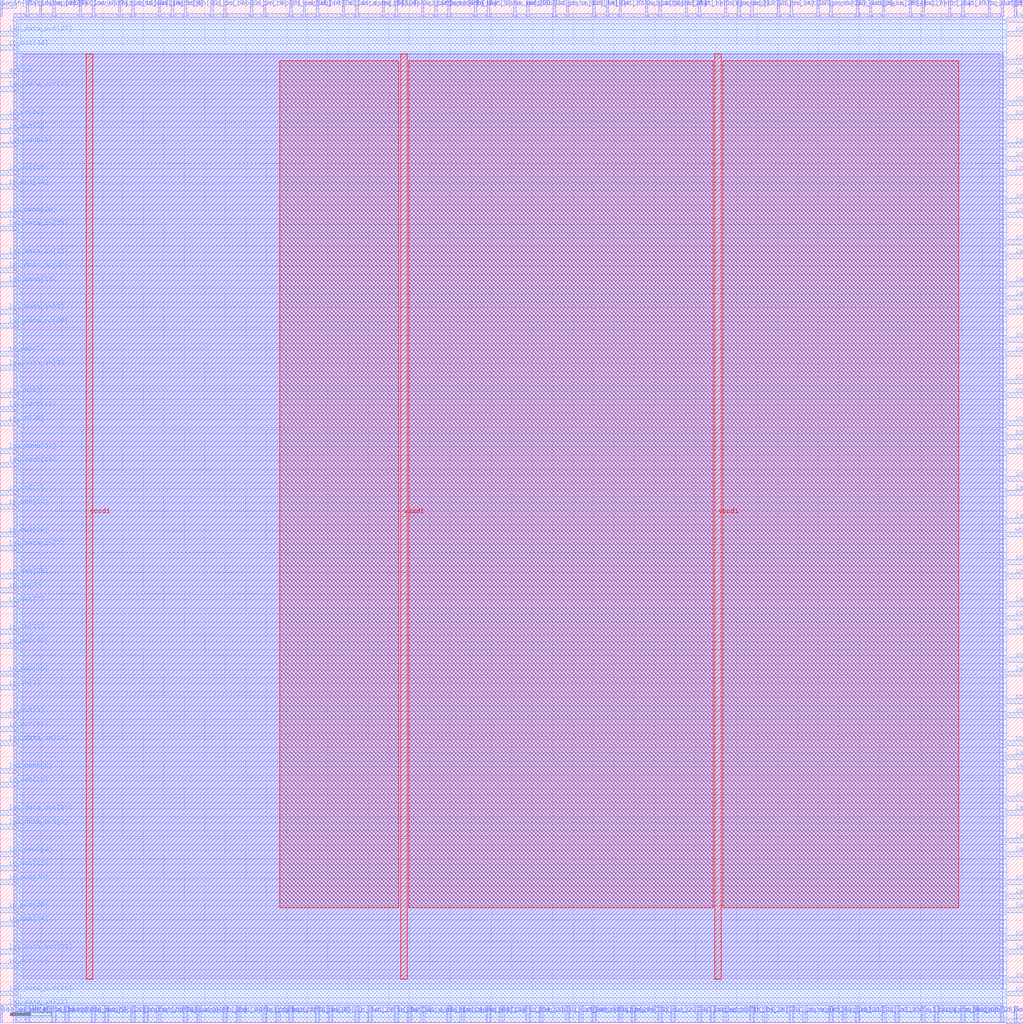
<source format=lef>
VERSION 5.7 ;
  NOWIREEXTENSIONATPIN ON ;
  DIVIDERCHAR "/" ;
  BUSBITCHARS "[]" ;
MACRO wrapped_mbsFSK
  CLASS BLOCK ;
  FOREIGN wrapped_mbsFSK ;
  ORIGIN 0.000 0.000 ;
  SIZE 250.000 BY 250.000 ;
  PIN active
    DIRECTION INPUT ;
    USE SIGNAL ;
    PORT
      LAYER met3 ;
        RECT 0.000 230.940 4.000 232.140 ;
    END
  END active
  PIN io_in[0]
    DIRECTION INPUT ;
    USE SIGNAL ;
    PORT
      LAYER met2 ;
        RECT 77.230 0.000 77.790 4.000 ;
    END
  END io_in[0]
  PIN io_in[10]
    DIRECTION INPUT ;
    USE SIGNAL ;
    PORT
      LAYER met2 ;
        RECT 138.410 246.000 138.970 250.000 ;
    END
  END io_in[10]
  PIN io_in[11]
    DIRECTION INPUT ;
    USE SIGNAL ;
    PORT
      LAYER met2 ;
        RECT -0.050 246.000 0.510 250.000 ;
    END
  END io_in[11]
  PIN io_in[12]
    DIRECTION INPUT ;
    USE SIGNAL ;
    PORT
      LAYER met3 ;
        RECT 246.000 210.540 250.000 211.740 ;
    END
  END io_in[12]
  PIN io_in[13]
    DIRECTION INPUT ;
    USE SIGNAL ;
    PORT
      LAYER met2 ;
        RECT 119.090 0.000 119.650 4.000 ;
    END
  END io_in[13]
  PIN io_in[14]
    DIRECTION INPUT ;
    USE SIGNAL ;
    PORT
      LAYER met2 ;
        RECT 93.330 246.000 93.890 250.000 ;
    END
  END io_in[14]
  PIN io_in[15]
    DIRECTION INPUT ;
    USE SIGNAL ;
    PORT
      LAYER met3 ;
        RECT 246.000 220.740 250.000 221.940 ;
    END
  END io_in[15]
  PIN io_in[16]
    DIRECTION INPUT ;
    USE SIGNAL ;
    PORT
      LAYER met3 ;
        RECT 246.000 20.140 250.000 21.340 ;
    END
  END io_in[16]
  PIN io_in[17]
    DIRECTION INPUT ;
    USE SIGNAL ;
    PORT
      LAYER met2 ;
        RECT 51.470 246.000 52.030 250.000 ;
    END
  END io_in[17]
  PIN io_in[18]
    DIRECTION INPUT ;
    USE SIGNAL ;
    PORT
      LAYER met2 ;
        RECT 61.130 246.000 61.690 250.000 ;
    END
  END io_in[18]
  PIN io_in[19]
    DIRECTION INPUT ;
    USE SIGNAL ;
    PORT
      LAYER met2 ;
        RECT 215.690 0.000 216.250 4.000 ;
    END
  END io_in[19]
  PIN io_in[1]
    DIRECTION INPUT ;
    USE SIGNAL ;
    PORT
      LAYER met3 ;
        RECT 0.000 81.340 4.000 82.540 ;
    END
  END io_in[1]
  PIN io_in[20]
    DIRECTION INPUT ;
    USE SIGNAL ;
    PORT
      LAYER met3 ;
        RECT 0.000 145.940 4.000 147.140 ;
    END
  END io_in[20]
  PIN io_in[21]
    DIRECTION INPUT ;
    USE SIGNAL ;
    PORT
      LAYER met3 ;
        RECT 0.000 94.940 4.000 96.140 ;
    END
  END io_in[21]
  PIN io_in[22]
    DIRECTION INPUT ;
    USE SIGNAL ;
    PORT
      LAYER met3 ;
        RECT 246.000 77.940 250.000 79.140 ;
    END
  END io_in[22]
  PIN io_in[23]
    DIRECTION INPUT ;
    USE SIGNAL ;
    PORT
      LAYER met2 ;
        RECT 45.030 246.000 45.590 250.000 ;
    END
  END io_in[23]
  PIN io_in[24]
    DIRECTION INPUT ;
    USE SIGNAL ;
    PORT
      LAYER met2 ;
        RECT 32.150 246.000 32.710 250.000 ;
    END
  END io_in[24]
  PIN io_in[25]
    DIRECTION INPUT ;
    USE SIGNAL ;
    PORT
      LAYER met2 ;
        RECT 186.710 0.000 187.270 4.000 ;
    END
  END io_in[25]
  PIN io_in[26]
    DIRECTION INPUT ;
    USE SIGNAL ;
    PORT
      LAYER met2 ;
        RECT 183.490 0.000 184.050 4.000 ;
    END
  END io_in[26]
  PIN io_in[27]
    DIRECTION INPUT ;
    USE SIGNAL ;
    PORT
      LAYER met3 ;
        RECT 246.000 54.140 250.000 55.340 ;
    END
  END io_in[27]
  PIN io_in[28]
    DIRECTION INPUT ;
    USE SIGNAL ;
    PORT
      LAYER met2 ;
        RECT 164.170 0.000 164.730 4.000 ;
    END
  END io_in[28]
  PIN io_in[29]
    DIRECTION INPUT ;
    USE SIGNAL ;
    PORT
      LAYER met2 ;
        RECT 247.890 246.000 248.450 250.000 ;
    END
  END io_in[29]
  PIN io_in[2]
    DIRECTION INPUT ;
    USE SIGNAL ;
    PORT
      LAYER met2 ;
        RECT 80.450 0.000 81.010 4.000 ;
    END
  END io_in[2]
  PIN io_in[30]
    DIRECTION INPUT ;
    USE SIGNAL ;
    PORT
      LAYER met3 ;
        RECT 246.000 98.340 250.000 99.540 ;
    END
  END io_in[30]
  PIN io_in[31]
    DIRECTION INPUT ;
    USE SIGNAL ;
    PORT
      LAYER met3 ;
        RECT 0.000 220.740 4.000 221.940 ;
    END
  END io_in[31]
  PIN io_in[32]
    DIRECTION INPUT ;
    USE SIGNAL ;
    PORT
      LAYER met2 ;
        RECT 154.510 0.000 155.070 4.000 ;
    END
  END io_in[32]
  PIN io_in[33]
    DIRECTION INPUT ;
    USE SIGNAL ;
    PORT
      LAYER met3 ;
        RECT 0.000 128.940 4.000 130.140 ;
    END
  END io_in[33]
  PIN io_in[34]
    DIRECTION INPUT ;
    USE SIGNAL ;
    PORT
      LAYER met2 ;
        RECT 189.930 246.000 190.490 250.000 ;
    END
  END io_in[34]
  PIN io_in[35]
    DIRECTION INPUT ;
    USE SIGNAL ;
    PORT
      LAYER met2 ;
        RECT 215.690 246.000 216.250 250.000 ;
    END
  END io_in[35]
  PIN io_in[36]
    DIRECTION INPUT ;
    USE SIGNAL ;
    PORT
      LAYER met3 ;
        RECT 246.000 156.140 250.000 157.340 ;
    END
  END io_in[36]
  PIN io_in[37]
    DIRECTION INPUT ;
    USE SIGNAL ;
    PORT
      LAYER met2 ;
        RECT 222.130 246.000 222.690 250.000 ;
    END
  END io_in[37]
  PIN io_in[3]
    DIRECTION INPUT ;
    USE SIGNAL ;
    PORT
      LAYER met2 ;
        RECT 144.850 246.000 145.410 250.000 ;
    END
  END io_in[3]
  PIN io_in[4]
    DIRECTION INPUT ;
    USE SIGNAL ;
    PORT
      LAYER met3 ;
        RECT 246.000 152.740 250.000 153.940 ;
    END
  END io_in[4]
  PIN io_in[5]
    DIRECTION INPUT ;
    USE SIGNAL ;
    PORT
      LAYER met3 ;
        RECT 246.000 241.140 250.000 242.340 ;
    END
  END io_in[5]
  PIN io_in[6]
    DIRECTION INPUT ;
    USE SIGNAL ;
    PORT
      LAYER met3 ;
        RECT 0.000 152.740 4.000 153.940 ;
    END
  END io_in[6]
  PIN io_in[7]
    DIRECTION INPUT ;
    USE SIGNAL ;
    PORT
      LAYER met3 ;
        RECT 0.000 105.140 4.000 106.340 ;
    END
  END io_in[7]
  PIN io_in[8]
    DIRECTION INPUT ;
    USE SIGNAL ;
    PORT
      LAYER met3 ;
        RECT 246.000 166.340 250.000 167.540 ;
    END
  END io_in[8]
  PIN io_in[9]
    DIRECTION INPUT ;
    USE SIGNAL ;
    PORT
      LAYER met2 ;
        RECT 41.810 246.000 42.370 250.000 ;
    END
  END io_in[9]
  PIN io_oeb[0]
    DIRECTION INOUT ;
    USE SIGNAL ;
    PORT
      LAYER met2 ;
        RECT 131.970 0.000 132.530 4.000 ;
    END
  END io_oeb[0]
  PIN io_oeb[10]
    DIRECTION INOUT ;
    USE SIGNAL ;
    PORT
      LAYER met3 ;
        RECT 0.000 84.740 4.000 85.940 ;
    END
  END io_oeb[10]
  PIN io_oeb[11]
    DIRECTION INOUT ;
    USE SIGNAL ;
    PORT
      LAYER met3 ;
        RECT 246.000 142.540 250.000 143.740 ;
    END
  END io_oeb[11]
  PIN io_oeb[12]
    DIRECTION INOUT ;
    USE SIGNAL ;
    PORT
      LAYER met3 ;
        RECT 246.000 74.540 250.000 75.740 ;
    END
  END io_oeb[12]
  PIN io_oeb[13]
    DIRECTION INOUT ;
    USE SIGNAL ;
    PORT
      LAYER met3 ;
        RECT 246.000 67.740 250.000 68.940 ;
    END
  END io_oeb[13]
  PIN io_oeb[14]
    DIRECTION INOUT ;
    USE SIGNAL ;
    PORT
      LAYER met3 ;
        RECT 0.000 23.540 4.000 24.740 ;
    END
  END io_oeb[14]
  PIN io_oeb[15]
    DIRECTION INOUT ;
    USE SIGNAL ;
    PORT
      LAYER met2 ;
        RECT 70.790 246.000 71.350 250.000 ;
    END
  END io_oeb[15]
  PIN io_oeb[16]
    DIRECTION INOUT ;
    USE SIGNAL ;
    PORT
      LAYER met3 ;
        RECT 246.000 9.940 250.000 11.140 ;
    END
  END io_oeb[16]
  PIN io_oeb[17]
    DIRECTION INOUT ;
    USE SIGNAL ;
    PORT
      LAYER met2 ;
        RECT 67.570 0.000 68.130 4.000 ;
    END
  END io_oeb[17]
  PIN io_oeb[18]
    DIRECTION INOUT ;
    USE SIGNAL ;
    PORT
      LAYER met2 ;
        RECT 180.270 246.000 180.830 250.000 ;
    END
  END io_oeb[18]
  PIN io_oeb[19]
    DIRECTION INOUT ;
    USE SIGNAL ;
    PORT
      LAYER met2 ;
        RECT 74.010 246.000 74.570 250.000 ;
    END
  END io_oeb[19]
  PIN io_oeb[1]
    DIRECTION INOUT ;
    USE SIGNAL ;
    PORT
      LAYER met2 ;
        RECT 196.370 0.000 196.930 4.000 ;
    END
  END io_oeb[1]
  PIN io_oeb[20]
    DIRECTION INOUT ;
    USE SIGNAL ;
    PORT
      LAYER met3 ;
        RECT 246.000 108.540 250.000 109.740 ;
    END
  END io_oeb[20]
  PIN io_oeb[21]
    DIRECTION INOUT ;
    USE SIGNAL ;
    PORT
      LAYER met2 ;
        RECT 9.610 246.000 10.170 250.000 ;
    END
  END io_oeb[21]
  PIN io_oeb[22]
    DIRECTION INOUT ;
    USE SIGNAL ;
    PORT
      LAYER met2 ;
        RECT 25.710 0.000 26.270 4.000 ;
    END
  END io_oeb[22]
  PIN io_oeb[23]
    DIRECTION INOUT ;
    USE SIGNAL ;
    PORT
      LAYER met2 ;
        RECT 125.530 246.000 126.090 250.000 ;
    END
  END io_oeb[23]
  PIN io_oeb[24]
    DIRECTION INOUT ;
    USE SIGNAL ;
    PORT
      LAYER met2 ;
        RECT 128.750 246.000 129.310 250.000 ;
    END
  END io_oeb[24]
  PIN io_oeb[25]
    DIRECTION INOUT ;
    USE SIGNAL ;
    PORT
      LAYER met2 ;
        RECT 238.230 0.000 238.790 4.000 ;
    END
  END io_oeb[25]
  PIN io_oeb[26]
    DIRECTION INOUT ;
    USE SIGNAL ;
    PORT
      LAYER met3 ;
        RECT 246.000 196.940 250.000 198.140 ;
    END
  END io_oeb[26]
  PIN io_oeb[27]
    DIRECTION INOUT ;
    USE SIGNAL ;
    PORT
      LAYER met2 ;
        RECT 148.070 246.000 148.630 250.000 ;
    END
  END io_oeb[27]
  PIN io_oeb[28]
    DIRECTION INOUT ;
    USE SIGNAL ;
    PORT
      LAYER met2 ;
        RECT 209.250 0.000 209.810 4.000 ;
    END
  END io_oeb[28]
  PIN io_oeb[29]
    DIRECTION INOUT ;
    USE SIGNAL ;
    PORT
      LAYER met3 ;
        RECT 246.000 162.940 250.000 164.140 ;
    END
  END io_oeb[29]
  PIN io_oeb[2]
    DIRECTION INOUT ;
    USE SIGNAL ;
    PORT
      LAYER met2 ;
        RECT 209.250 246.000 209.810 250.000 ;
    END
  END io_oeb[2]
  PIN io_oeb[30]
    DIRECTION INOUT ;
    USE SIGNAL ;
    PORT
      LAYER met2 ;
        RECT 12.830 246.000 13.390 250.000 ;
    END
  END io_oeb[30]
  PIN io_oeb[31]
    DIRECTION INOUT ;
    USE SIGNAL ;
    PORT
      LAYER met2 ;
        RECT 206.030 0.000 206.590 4.000 ;
    END
  END io_oeb[31]
  PIN io_oeb[32]
    DIRECTION INOUT ;
    USE SIGNAL ;
    PORT
      LAYER met3 ;
        RECT 0.000 125.540 4.000 126.740 ;
    END
  END io_oeb[32]
  PIN io_oeb[33]
    DIRECTION INOUT ;
    USE SIGNAL ;
    PORT
      LAYER met2 ;
        RECT 244.670 0.000 245.230 4.000 ;
    END
  END io_oeb[33]
  PIN io_oeb[34]
    DIRECTION INOUT ;
    USE SIGNAL ;
    PORT
      LAYER met2 ;
        RECT 54.690 246.000 55.250 250.000 ;
    END
  END io_oeb[34]
  PIN io_oeb[35]
    DIRECTION INOUT ;
    USE SIGNAL ;
    PORT
      LAYER met3 ;
        RECT 0.000 108.540 4.000 109.740 ;
    END
  END io_oeb[35]
  PIN io_oeb[36]
    DIRECTION INOUT ;
    USE SIGNAL ;
    PORT
      LAYER met3 ;
        RECT 0.000 57.540 4.000 58.740 ;
    END
  END io_oeb[36]
  PIN io_oeb[37]
    DIRECTION INOUT ;
    USE SIGNAL ;
    PORT
      LAYER met3 ;
        RECT 0.000 91.540 4.000 92.740 ;
    END
  END io_oeb[37]
  PIN io_oeb[3]
    DIRECTION INOUT ;
    USE SIGNAL ;
    PORT
      LAYER met2 ;
        RECT 128.750 0.000 129.310 4.000 ;
    END
  END io_oeb[3]
  PIN io_oeb[4]
    DIRECTION INOUT ;
    USE SIGNAL ;
    PORT
      LAYER met3 ;
        RECT 246.000 -0.260 250.000 0.940 ;
    END
  END io_oeb[4]
  PIN io_oeb[5]
    DIRECTION INOUT ;
    USE SIGNAL ;
    PORT
      LAYER met3 ;
        RECT 0.000 162.940 4.000 164.140 ;
    END
  END io_oeb[5]
  PIN io_oeb[6]
    DIRECTION INOUT ;
    USE SIGNAL ;
    PORT
      LAYER met3 ;
        RECT 246.000 88.140 250.000 89.340 ;
    END
  END io_oeb[6]
  PIN io_oeb[7]
    DIRECTION INOUT ;
    USE SIGNAL ;
    PORT
      LAYER met2 ;
        RECT 64.350 246.000 64.910 250.000 ;
    END
  END io_oeb[7]
  PIN io_oeb[8]
    DIRECTION INOUT ;
    USE SIGNAL ;
    PORT
      LAYER met2 ;
        RECT 22.490 0.000 23.050 4.000 ;
    END
  END io_oeb[8]
  PIN io_oeb[9]
    DIRECTION INOUT ;
    USE SIGNAL ;
    PORT
      LAYER met2 ;
        RECT 54.690 0.000 55.250 4.000 ;
    END
  END io_oeb[9]
  PIN io_out[0]
    DIRECTION INOUT ;
    USE SIGNAL ;
    PORT
      LAYER met3 ;
        RECT 246.000 234.340 250.000 235.540 ;
    END
  END io_out[0]
  PIN io_out[10]
    DIRECTION INOUT ;
    USE SIGNAL ;
    PORT
      LAYER met3 ;
        RECT 246.000 139.140 250.000 140.340 ;
    END
  END io_out[10]
  PIN io_out[11]
    DIRECTION INOUT ;
    USE SIGNAL ;
    PORT
      LAYER met3 ;
        RECT 0.000 13.340 4.000 14.540 ;
    END
  END io_out[11]
  PIN io_out[12]
    DIRECTION INOUT ;
    USE SIGNAL ;
    PORT
      LAYER met3 ;
        RECT 0.000 37.140 4.000 38.340 ;
    END
  END io_out[12]
  PIN io_out[13]
    DIRECTION INOUT ;
    USE SIGNAL ;
    PORT
      LAYER met2 ;
        RECT 202.810 0.000 203.370 4.000 ;
    END
  END io_out[13]
  PIN io_out[14]
    DIRECTION INOUT ;
    USE SIGNAL ;
    PORT
      LAYER met3 ;
        RECT 246.000 200.340 250.000 201.540 ;
    END
  END io_out[14]
  PIN io_out[15]
    DIRECTION INOUT ;
    USE SIGNAL ;
    PORT
      LAYER met3 ;
        RECT 0.000 207.140 4.000 208.340 ;
    END
  END io_out[15]
  PIN io_out[16]
    DIRECTION INOUT ;
    USE SIGNAL ;
    PORT
      LAYER met3 ;
        RECT 246.000 132.340 250.000 133.540 ;
    END
  END io_out[16]
  PIN io_out[17]
    DIRECTION INOUT ;
    USE SIGNAL ;
    PORT
      LAYER met2 ;
        RECT 231.790 246.000 232.350 250.000 ;
    END
  END io_out[17]
  PIN io_out[18]
    DIRECTION INOUT ;
    USE SIGNAL ;
    PORT
      LAYER met2 ;
        RECT 235.010 0.000 235.570 4.000 ;
    END
  END io_out[18]
  PIN io_out[19]
    DIRECTION INOUT ;
    USE SIGNAL ;
    PORT
      LAYER met3 ;
        RECT 0.000 118.740 4.000 119.940 ;
    END
  END io_out[19]
  PIN io_out[1]
    DIRECTION INOUT ;
    USE SIGNAL ;
    PORT
      LAYER met2 ;
        RECT 167.390 246.000 167.950 250.000 ;
    END
  END io_out[1]
  PIN io_out[20]
    DIRECTION INOUT ;
    USE SIGNAL ;
    PORT
      LAYER met2 ;
        RECT 202.810 246.000 203.370 250.000 ;
    END
  END io_out[20]
  PIN io_out[21]
    DIRECTION INOUT ;
    USE SIGNAL ;
    PORT
      LAYER met3 ;
        RECT 0.000 203.740 4.000 204.940 ;
    END
  END io_out[21]
  PIN io_out[22]
    DIRECTION INOUT ;
    USE SIGNAL ;
    PORT
      LAYER met2 ;
        RECT 160.950 0.000 161.510 4.000 ;
    END
  END io_out[22]
  PIN io_out[23]
    DIRECTION INOUT ;
    USE SIGNAL ;
    PORT
      LAYER met3 ;
        RECT 246.000 111.940 250.000 113.140 ;
    END
  END io_out[23]
  PIN io_out[24]
    DIRECTION INOUT ;
    USE SIGNAL ;
    PORT
      LAYER met2 ;
        RECT 138.410 0.000 138.970 4.000 ;
    END
  END io_out[24]
  PIN io_out[25]
    DIRECTION INOUT ;
    USE SIGNAL ;
    PORT
      LAYER met2 ;
        RECT 183.490 246.000 184.050 250.000 ;
    END
  END io_out[25]
  PIN io_out[26]
    DIRECTION INOUT ;
    USE SIGNAL ;
    PORT
      LAYER met3 ;
        RECT 0.000 26.940 4.000 28.140 ;
    END
  END io_out[26]
  PIN io_out[27]
    DIRECTION INOUT ;
    USE SIGNAL ;
    PORT
      LAYER met2 ;
        RECT 193.150 246.000 193.710 250.000 ;
    END
  END io_out[27]
  PIN io_out[28]
    DIRECTION INOUT ;
    USE SIGNAL ;
    PORT
      LAYER met2 ;
        RECT 86.890 0.000 87.450 4.000 ;
    END
  END io_out[28]
  PIN io_out[29]
    DIRECTION INOUT ;
    USE SIGNAL ;
    PORT
      LAYER met3 ;
        RECT 246.000 6.540 250.000 7.740 ;
    END
  END io_out[29]
  PIN io_out[2]
    DIRECTION INOUT ;
    USE SIGNAL ;
    PORT
      LAYER met2 ;
        RECT 35.370 0.000 35.930 4.000 ;
    END
  END io_out[2]
  PIN io_out[30]
    DIRECTION INOUT ;
    USE SIGNAL ;
    PORT
      LAYER met3 ;
        RECT 0.000 33.740 4.000 34.940 ;
    END
  END io_out[30]
  PIN io_out[31]
    DIRECTION INOUT ;
    USE SIGNAL ;
    PORT
      LAYER met3 ;
        RECT 0.000 71.140 4.000 72.340 ;
    END
  END io_out[31]
  PIN io_out[32]
    DIRECTION INOUT ;
    USE SIGNAL ;
    PORT
      LAYER met3 ;
        RECT 0.000 237.740 4.000 238.940 ;
    END
  END io_out[32]
  PIN io_out[33]
    DIRECTION INOUT ;
    USE SIGNAL ;
    PORT
      LAYER met3 ;
        RECT 246.000 33.740 250.000 34.940 ;
    END
  END io_out[33]
  PIN io_out[34]
    DIRECTION INOUT ;
    USE SIGNAL ;
    PORT
      LAYER met3 ;
        RECT 246.000 207.140 250.000 208.340 ;
    END
  END io_out[34]
  PIN io_out[35]
    DIRECTION INOUT ;
    USE SIGNAL ;
    PORT
      LAYER met3 ;
        RECT 246.000 190.140 250.000 191.340 ;
    END
  END io_out[35]
  PIN io_out[36]
    DIRECTION INOUT ;
    USE SIGNAL ;
    PORT
      LAYER met2 ;
        RECT 77.230 246.000 77.790 250.000 ;
    END
  END io_out[36]
  PIN io_out[37]
    DIRECTION INOUT ;
    USE SIGNAL ;
    PORT
      LAYER met3 ;
        RECT 246.000 224.140 250.000 225.340 ;
    END
  END io_out[37]
  PIN io_out[3]
    DIRECTION INOUT ;
    USE SIGNAL ;
    PORT
      LAYER met3 ;
        RECT 0.000 217.340 4.000 218.540 ;
    END
  END io_out[3]
  PIN io_out[4]
    DIRECTION INOUT ;
    USE SIGNAL ;
    PORT
      LAYER met3 ;
        RECT 246.000 145.940 250.000 147.140 ;
    END
  END io_out[4]
  PIN io_out[5]
    DIRECTION INOUT ;
    USE SIGNAL ;
    PORT
      LAYER met2 ;
        RECT 115.870 246.000 116.430 250.000 ;
    END
  END io_out[5]
  PIN io_out[6]
    DIRECTION INOUT ;
    USE SIGNAL ;
    PORT
      LAYER met2 ;
        RECT 241.450 246.000 242.010 250.000 ;
    END
  END io_out[6]
  PIN io_out[7]
    DIRECTION INOUT ;
    USE SIGNAL ;
    PORT
      LAYER met3 ;
        RECT 0.000 101.740 4.000 102.940 ;
    END
  END io_out[7]
  PIN io_out[8]
    DIRECTION INOUT ;
    USE SIGNAL ;
    PORT
      LAYER met2 ;
        RECT 96.550 0.000 97.110 4.000 ;
    END
  END io_out[8]
  PIN io_out[9]
    DIRECTION INOUT ;
    USE SIGNAL ;
    PORT
      LAYER met3 ;
        RECT 0.000 74.540 4.000 75.740 ;
    END
  END io_out[9]
  PIN la1_data_in[0]
    DIRECTION INPUT ;
    USE SIGNAL ;
    PORT
      LAYER met3 ;
        RECT 246.000 40.540 250.000 41.740 ;
    END
  END la1_data_in[0]
  PIN la1_data_in[10]
    DIRECTION INPUT ;
    USE SIGNAL ;
    PORT
      LAYER met2 ;
        RECT 109.430 0.000 109.990 4.000 ;
    END
  END la1_data_in[10]
  PIN la1_data_in[11]
    DIRECTION INPUT ;
    USE SIGNAL ;
    PORT
      LAYER met3 ;
        RECT 246.000 30.340 250.000 31.540 ;
    END
  END la1_data_in[11]
  PIN la1_data_in[12]
    DIRECTION INPUT ;
    USE SIGNAL ;
    PORT
      LAYER met3 ;
        RECT 0.000 186.740 4.000 187.940 ;
    END
  END la1_data_in[12]
  PIN la1_data_in[13]
    DIRECTION INPUT ;
    USE SIGNAL ;
    PORT
      LAYER met2 ;
        RECT 170.610 0.000 171.170 4.000 ;
    END
  END la1_data_in[13]
  PIN la1_data_in[14]
    DIRECTION INPUT ;
    USE SIGNAL ;
    PORT
      LAYER met3 ;
        RECT 0.000 67.740 4.000 68.940 ;
    END
  END la1_data_in[14]
  PIN la1_data_in[15]
    DIRECTION INPUT ;
    USE SIGNAL ;
    PORT
      LAYER met2 ;
        RECT 83.670 246.000 84.230 250.000 ;
    END
  END la1_data_in[15]
  PIN la1_data_in[16]
    DIRECTION INPUT ;
    USE SIGNAL ;
    PORT
      LAYER met2 ;
        RECT 157.730 246.000 158.290 250.000 ;
    END
  END la1_data_in[16]
  PIN la1_data_in[17]
    DIRECTION INPUT ;
    USE SIGNAL ;
    PORT
      LAYER met2 ;
        RECT 119.090 246.000 119.650 250.000 ;
    END
  END la1_data_in[17]
  PIN la1_data_in[18]
    DIRECTION INPUT ;
    USE SIGNAL ;
    PORT
      LAYER met2 ;
        RECT 218.910 0.000 219.470 4.000 ;
    END
  END la1_data_in[18]
  PIN la1_data_in[19]
    DIRECTION INPUT ;
    USE SIGNAL ;
    PORT
      LAYER met2 ;
        RECT 86.890 246.000 87.450 250.000 ;
    END
  END la1_data_in[19]
  PIN la1_data_in[1]
    DIRECTION INPUT ;
    USE SIGNAL ;
    PORT
      LAYER met2 ;
        RECT 99.770 0.000 100.330 4.000 ;
    END
  END la1_data_in[1]
  PIN la1_data_in[20]
    DIRECTION INPUT ;
    USE SIGNAL ;
    PORT
      LAYER met3 ;
        RECT 0.000 183.340 4.000 184.540 ;
    END
  END la1_data_in[20]
  PIN la1_data_in[21]
    DIRECTION INPUT ;
    USE SIGNAL ;
    PORT
      LAYER met2 ;
        RECT 244.670 246.000 245.230 250.000 ;
    END
  END la1_data_in[21]
  PIN la1_data_in[22]
    DIRECTION INPUT ;
    USE SIGNAL ;
    PORT
      LAYER met3 ;
        RECT 246.000 43.940 250.000 45.140 ;
    END
  END la1_data_in[22]
  PIN la1_data_in[23]
    DIRECTION INPUT ;
    USE SIGNAL ;
    PORT
      LAYER met3 ;
        RECT 0.000 3.140 4.000 4.340 ;
    END
  END la1_data_in[23]
  PIN la1_data_in[24]
    DIRECTION INPUT ;
    USE SIGNAL ;
    PORT
      LAYER met2 ;
        RECT 70.790 0.000 71.350 4.000 ;
    END
  END la1_data_in[24]
  PIN la1_data_in[25]
    DIRECTION INPUT ;
    USE SIGNAL ;
    PORT
      LAYER met3 ;
        RECT 0.000 193.540 4.000 194.740 ;
    END
  END la1_data_in[25]
  PIN la1_data_in[26]
    DIRECTION INPUT ;
    USE SIGNAL ;
    PORT
      LAYER met3 ;
        RECT 246.000 16.740 250.000 17.940 ;
    END
  END la1_data_in[26]
  PIN la1_data_in[27]
    DIRECTION INPUT ;
    USE SIGNAL ;
    PORT
      LAYER met2 ;
        RECT 144.850 0.000 145.410 4.000 ;
    END
  END la1_data_in[27]
  PIN la1_data_in[28]
    DIRECTION INPUT ;
    USE SIGNAL ;
    PORT
      LAYER met3 ;
        RECT 0.000 169.740 4.000 170.940 ;
    END
  END la1_data_in[28]
  PIN la1_data_in[29]
    DIRECTION INPUT ;
    USE SIGNAL ;
    PORT
      LAYER met2 ;
        RECT 6.390 246.000 6.950 250.000 ;
    END
  END la1_data_in[29]
  PIN la1_data_in[2]
    DIRECTION INPUT ;
    USE SIGNAL ;
    PORT
      LAYER met2 ;
        RECT 57.910 0.000 58.470 4.000 ;
    END
  END la1_data_in[2]
  PIN la1_data_in[30]
    DIRECTION INPUT ;
    USE SIGNAL ;
    PORT
      LAYER met2 ;
        RECT 6.390 0.000 6.950 4.000 ;
    END
  END la1_data_in[30]
  PIN la1_data_in[31]
    DIRECTION INPUT ;
    USE SIGNAL ;
    PORT
      LAYER met2 ;
        RECT 193.150 0.000 193.710 4.000 ;
    END
  END la1_data_in[31]
  PIN la1_data_in[3]
    DIRECTION INPUT ;
    USE SIGNAL ;
    PORT
      LAYER met3 ;
        RECT 0.000 159.540 4.000 160.740 ;
    END
  END la1_data_in[3]
  PIN la1_data_in[4]
    DIRECTION INPUT ;
    USE SIGNAL ;
    PORT
      LAYER met2 ;
        RECT 212.470 246.000 213.030 250.000 ;
    END
  END la1_data_in[4]
  PIN la1_data_in[5]
    DIRECTION INPUT ;
    USE SIGNAL ;
    PORT
      LAYER met3 ;
        RECT 246.000 122.140 250.000 123.340 ;
    END
  END la1_data_in[5]
  PIN la1_data_in[6]
    DIRECTION INPUT ;
    USE SIGNAL ;
    PORT
      LAYER met2 ;
        RECT 96.550 246.000 97.110 250.000 ;
    END
  END la1_data_in[6]
  PIN la1_data_in[7]
    DIRECTION INPUT ;
    USE SIGNAL ;
    PORT
      LAYER met3 ;
        RECT 0.000 115.340 4.000 116.540 ;
    END
  END la1_data_in[7]
  PIN la1_data_in[8]
    DIRECTION INPUT ;
    USE SIGNAL ;
    PORT
      LAYER met2 ;
        RECT 102.990 246.000 103.550 250.000 ;
    END
  END la1_data_in[8]
  PIN la1_data_in[9]
    DIRECTION INPUT ;
    USE SIGNAL ;
    PORT
      LAYER met3 ;
        RECT 0.000 173.140 4.000 174.340 ;
    END
  END la1_data_in[9]
  PIN la1_data_out[0]
    DIRECTION INOUT ;
    USE SIGNAL ;
    PORT
      LAYER met2 ;
        RECT 38.590 0.000 39.150 4.000 ;
    END
  END la1_data_out[0]
  PIN la1_data_out[10]
    DIRECTION INOUT ;
    USE SIGNAL ;
    PORT
      LAYER met3 ;
        RECT 246.000 60.940 250.000 62.140 ;
    END
  END la1_data_out[10]
  PIN la1_data_out[11]
    DIRECTION INOUT ;
    USE SIGNAL ;
    PORT
      LAYER met2 ;
        RECT 112.650 0.000 113.210 4.000 ;
    END
  END la1_data_out[11]
  PIN la1_data_out[12]
    DIRECTION INOUT ;
    USE SIGNAL ;
    PORT
      LAYER met3 ;
        RECT 246.000 230.940 250.000 232.140 ;
    END
  END la1_data_out[12]
  PIN la1_data_out[13]
    DIRECTION INOUT ;
    USE SIGNAL ;
    PORT
      LAYER met2 ;
        RECT 22.490 246.000 23.050 250.000 ;
    END
  END la1_data_out[13]
  PIN la1_data_out[14]
    DIRECTION INOUT ;
    USE SIGNAL ;
    PORT
      LAYER met2 ;
        RECT 135.190 246.000 135.750 250.000 ;
    END
  END la1_data_out[14]
  PIN la1_data_out[15]
    DIRECTION INOUT ;
    USE SIGNAL ;
    PORT
      LAYER met3 ;
        RECT 0.000 6.540 4.000 7.740 ;
    END
  END la1_data_out[15]
  PIN la1_data_out[16]
    DIRECTION INOUT ;
    USE SIGNAL ;
    PORT
      LAYER met3 ;
        RECT 246.000 84.740 250.000 85.940 ;
    END
  END la1_data_out[16]
  PIN la1_data_out[17]
    DIRECTION INOUT ;
    USE SIGNAL ;
    PORT
      LAYER met3 ;
        RECT 246.000 179.940 250.000 181.140 ;
    END
  END la1_data_out[17]
  PIN la1_data_out[18]
    DIRECTION INOUT ;
    USE SIGNAL ;
    PORT
      LAYER met2 ;
        RECT 28.930 246.000 29.490 250.000 ;
    END
  END la1_data_out[18]
  PIN la1_data_out[19]
    DIRECTION INOUT ;
    USE SIGNAL ;
    PORT
      LAYER met3 ;
        RECT 246.000 128.940 250.000 130.140 ;
    END
  END la1_data_out[19]
  PIN la1_data_out[1]
    DIRECTION INOUT ;
    USE SIGNAL ;
    PORT
      LAYER met3 ;
        RECT 0.000 227.540 4.000 228.740 ;
    END
  END la1_data_out[1]
  PIN la1_data_out[20]
    DIRECTION INOUT ;
    USE SIGNAL ;
    PORT
      LAYER met3 ;
        RECT 0.000 50.740 4.000 51.940 ;
    END
  END la1_data_out[20]
  PIN la1_data_out[21]
    DIRECTION INOUT ;
    USE SIGNAL ;
    PORT
      LAYER met3 ;
        RECT 246.000 213.940 250.000 215.140 ;
    END
  END la1_data_out[21]
  PIN la1_data_out[22]
    DIRECTION INOUT ;
    USE SIGNAL ;
    PORT
      LAYER met2 ;
        RECT 151.290 246.000 151.850 250.000 ;
    END
  END la1_data_out[22]
  PIN la1_data_out[23]
    DIRECTION INOUT ;
    USE SIGNAL ;
    PORT
      LAYER met2 ;
        RECT 64.350 0.000 64.910 4.000 ;
    END
  END la1_data_out[23]
  PIN la1_data_out[24]
    DIRECTION INOUT ;
    USE SIGNAL ;
    PORT
      LAYER met3 ;
        RECT 246.000 94.940 250.000 96.140 ;
    END
  END la1_data_out[24]
  PIN la1_data_out[25]
    DIRECTION INOUT ;
    USE SIGNAL ;
    PORT
      LAYER met3 ;
        RECT 0.000 16.740 4.000 17.940 ;
    END
  END la1_data_out[25]
  PIN la1_data_out[26]
    DIRECTION INOUT ;
    USE SIGNAL ;
    PORT
      LAYER met3 ;
        RECT 246.000 26.940 250.000 28.140 ;
    END
  END la1_data_out[26]
  PIN la1_data_out[27]
    DIRECTION INOUT ;
    USE SIGNAL ;
    PORT
      LAYER met3 ;
        RECT 0.000 241.140 4.000 242.340 ;
    END
  END la1_data_out[27]
  PIN la1_data_out[28]
    DIRECTION INOUT ;
    USE SIGNAL ;
    PORT
      LAYER met2 ;
        RECT 225.350 0.000 225.910 4.000 ;
    END
  END la1_data_out[28]
  PIN la1_data_out[29]
    DIRECTION INOUT ;
    USE SIGNAL ;
    PORT
      LAYER met2 ;
        RECT 32.150 0.000 32.710 4.000 ;
    END
  END la1_data_out[29]
  PIN la1_data_out[2]
    DIRECTION INOUT ;
    USE SIGNAL ;
    PORT
      LAYER met2 ;
        RECT 102.990 0.000 103.550 4.000 ;
    END
  END la1_data_out[2]
  PIN la1_data_out[30]
    DIRECTION INOUT ;
    USE SIGNAL ;
    PORT
      LAYER met3 ;
        RECT 246.000 64.340 250.000 65.540 ;
    END
  END la1_data_out[30]
  PIN la1_data_out[31]
    DIRECTION INOUT ;
    USE SIGNAL ;
    PORT
      LAYER met3 ;
        RECT 246.000 244.540 250.000 245.740 ;
    END
  END la1_data_out[31]
  PIN la1_data_out[3]
    DIRECTION INOUT ;
    USE SIGNAL ;
    PORT
      LAYER met3 ;
        RECT 0.000 47.340 4.000 48.540 ;
    END
  END la1_data_out[3]
  PIN la1_data_out[4]
    DIRECTION INOUT ;
    USE SIGNAL ;
    PORT
      LAYER met2 ;
        RECT 228.570 0.000 229.130 4.000 ;
    END
  END la1_data_out[4]
  PIN la1_data_out[5]
    DIRECTION INOUT ;
    USE SIGNAL ;
    PORT
      LAYER met2 ;
        RECT 16.050 0.000 16.610 4.000 ;
    END
  END la1_data_out[5]
  PIN la1_data_out[6]
    DIRECTION INOUT ;
    USE SIGNAL ;
    PORT
      LAYER met3 ;
        RECT 246.000 101.740 250.000 102.940 ;
    END
  END la1_data_out[6]
  PIN la1_data_out[7]
    DIRECTION INOUT ;
    USE SIGNAL ;
    PORT
      LAYER met2 ;
        RECT 3.170 0.000 3.730 4.000 ;
    END
  END la1_data_out[7]
  PIN la1_data_out[8]
    DIRECTION INOUT ;
    USE SIGNAL ;
    PORT
      LAYER met3 ;
        RECT 246.000 186.740 250.000 187.940 ;
    END
  END la1_data_out[8]
  PIN la1_data_out[9]
    DIRECTION INOUT ;
    USE SIGNAL ;
    PORT
      LAYER met2 ;
        RECT 235.010 246.000 235.570 250.000 ;
    END
  END la1_data_out[9]
  PIN la1_oenb[0]
    DIRECTION INPUT ;
    USE SIGNAL ;
    PORT
      LAYER met2 ;
        RECT 247.890 0.000 248.450 4.000 ;
    END
  END la1_oenb[0]
  PIN la1_oenb[10]
    DIRECTION INPUT ;
    USE SIGNAL ;
    PORT
      LAYER met2 ;
        RECT 225.350 246.000 225.910 250.000 ;
    END
  END la1_oenb[10]
  PIN la1_oenb[11]
    DIRECTION INPUT ;
    USE SIGNAL ;
    PORT
      LAYER met3 ;
        RECT 0.000 139.140 4.000 140.340 ;
    END
  END la1_oenb[11]
  PIN la1_oenb[12]
    DIRECTION INPUT ;
    USE SIGNAL ;
    PORT
      LAYER met3 ;
        RECT 0.000 149.340 4.000 150.540 ;
    END
  END la1_oenb[12]
  PIN la1_oenb[13]
    DIRECTION INPUT ;
    USE SIGNAL ;
    PORT
      LAYER met2 ;
        RECT 151.290 0.000 151.850 4.000 ;
    END
  END la1_oenb[13]
  PIN la1_oenb[14]
    DIRECTION INPUT ;
    USE SIGNAL ;
    PORT
      LAYER met2 ;
        RECT -0.050 0.000 0.510 4.000 ;
    END
  END la1_oenb[14]
  PIN la1_oenb[15]
    DIRECTION INPUT ;
    USE SIGNAL ;
    PORT
      LAYER met2 ;
        RECT 177.050 0.000 177.610 4.000 ;
    END
  END la1_oenb[15]
  PIN la1_oenb[16]
    DIRECTION INPUT ;
    USE SIGNAL ;
    PORT
      LAYER met3 ;
        RECT 0.000 179.940 4.000 181.140 ;
    END
  END la1_oenb[16]
  PIN la1_oenb[17]
    DIRECTION INPUT ;
    USE SIGNAL ;
    PORT
      LAYER met2 ;
        RECT 19.270 246.000 19.830 250.000 ;
    END
  END la1_oenb[17]
  PIN la1_oenb[18]
    DIRECTION INPUT ;
    USE SIGNAL ;
    PORT
      LAYER met2 ;
        RECT 109.430 246.000 109.990 250.000 ;
    END
  END la1_oenb[18]
  PIN la1_oenb[19]
    DIRECTION INPUT ;
    USE SIGNAL ;
    PORT
      LAYER met3 ;
        RECT 0.000 135.740 4.000 136.940 ;
    END
  END la1_oenb[19]
  PIN la1_oenb[1]
    DIRECTION INPUT ;
    USE SIGNAL ;
    PORT
      LAYER met2 ;
        RECT 45.030 0.000 45.590 4.000 ;
    END
  END la1_oenb[1]
  PIN la1_oenb[20]
    DIRECTION INPUT ;
    USE SIGNAL ;
    PORT
      LAYER met2 ;
        RECT 12.830 0.000 13.390 4.000 ;
    END
  END la1_oenb[20]
  PIN la1_oenb[21]
    DIRECTION INPUT ;
    USE SIGNAL ;
    PORT
      LAYER met2 ;
        RECT 160.950 246.000 161.510 250.000 ;
    END
  END la1_oenb[21]
  PIN la1_oenb[22]
    DIRECTION INPUT ;
    USE SIGNAL ;
    PORT
      LAYER met2 ;
        RECT 106.210 246.000 106.770 250.000 ;
    END
  END la1_oenb[22]
  PIN la1_oenb[23]
    DIRECTION INPUT ;
    USE SIGNAL ;
    PORT
      LAYER met2 ;
        RECT 122.310 0.000 122.870 4.000 ;
    END
  END la1_oenb[23]
  PIN la1_oenb[24]
    DIRECTION INPUT ;
    USE SIGNAL ;
    PORT
      LAYER met2 ;
        RECT 199.590 246.000 200.150 250.000 ;
    END
  END la1_oenb[24]
  PIN la1_oenb[25]
    DIRECTION INPUT ;
    USE SIGNAL ;
    PORT
      LAYER met3 ;
        RECT 246.000 50.740 250.000 51.940 ;
    END
  END la1_oenb[25]
  PIN la1_oenb[26]
    DIRECTION INPUT ;
    USE SIGNAL ;
    PORT
      LAYER met3 ;
        RECT 0.000 196.940 4.000 198.140 ;
    END
  END la1_oenb[26]
  PIN la1_oenb[27]
    DIRECTION INPUT ;
    USE SIGNAL ;
    PORT
      LAYER met3 ;
        RECT 246.000 176.540 250.000 177.740 ;
    END
  END la1_oenb[27]
  PIN la1_oenb[28]
    DIRECTION INPUT ;
    USE SIGNAL ;
    PORT
      LAYER met2 ;
        RECT 48.250 0.000 48.810 4.000 ;
    END
  END la1_oenb[28]
  PIN la1_oenb[29]
    DIRECTION INPUT ;
    USE SIGNAL ;
    PORT
      LAYER met2 ;
        RECT 90.110 0.000 90.670 4.000 ;
    END
  END la1_oenb[29]
  PIN la1_oenb[2]
    DIRECTION INPUT ;
    USE SIGNAL ;
    PORT
      LAYER met3 ;
        RECT 0.000 40.540 4.000 41.740 ;
    END
  END la1_oenb[2]
  PIN la1_oenb[30]
    DIRECTION INPUT ;
    USE SIGNAL ;
    PORT
      LAYER met3 ;
        RECT 246.000 173.140 250.000 174.340 ;
    END
  END la1_oenb[30]
  PIN la1_oenb[31]
    DIRECTION INPUT ;
    USE SIGNAL ;
    PORT
      LAYER met2 ;
        RECT 141.630 0.000 142.190 4.000 ;
    END
  END la1_oenb[31]
  PIN la1_oenb[3]
    DIRECTION INPUT ;
    USE SIGNAL ;
    PORT
      LAYER met2 ;
        RECT 177.050 246.000 177.610 250.000 ;
    END
  END la1_oenb[3]
  PIN la1_oenb[4]
    DIRECTION INPUT ;
    USE SIGNAL ;
    PORT
      LAYER met2 ;
        RECT 170.610 246.000 171.170 250.000 ;
    END
  END la1_oenb[4]
  PIN la1_oenb[5]
    DIRECTION INPUT ;
    USE SIGNAL ;
    PORT
      LAYER met3 ;
        RECT 0.000 247.940 4.000 249.140 ;
    END
  END la1_oenb[5]
  PIN la1_oenb[6]
    DIRECTION INPUT ;
    USE SIGNAL ;
    PORT
      LAYER met2 ;
        RECT 38.590 246.000 39.150 250.000 ;
    END
  END la1_oenb[6]
  PIN la1_oenb[7]
    DIRECTION INPUT ;
    USE SIGNAL ;
    PORT
      LAYER met2 ;
        RECT 173.830 0.000 174.390 4.000 ;
    END
  END la1_oenb[7]
  PIN la1_oenb[8]
    DIRECTION INPUT ;
    USE SIGNAL ;
    PORT
      LAYER met3 ;
        RECT 0.000 60.940 4.000 62.140 ;
    END
  END la1_oenb[8]
  PIN la1_oenb[9]
    DIRECTION INPUT ;
    USE SIGNAL ;
    PORT
      LAYER met3 ;
        RECT 0.000 213.940 4.000 215.140 ;
    END
  END la1_oenb[9]
  PIN vccd1
    DIRECTION INOUT ;
    USE POWER ;
    PORT
      LAYER met4 ;
        RECT 21.040 10.640 22.640 236.880 ;
    END
    PORT
      LAYER met4 ;
        RECT 174.640 10.640 176.240 236.880 ;
    END
  END vccd1
  PIN vssd1
    DIRECTION INOUT ;
    USE GROUND ;
    PORT
      LAYER met4 ;
        RECT 97.840 10.640 99.440 236.880 ;
    END
  END vssd1
  PIN wb_clk_i
    DIRECTION INPUT ;
    USE SIGNAL ;
    PORT
      LAYER met3 ;
        RECT 246.000 118.740 250.000 119.940 ;
    END
  END wb_clk_i
  OBS
      LAYER li1 ;
        RECT 5.520 10.795 244.260 236.725 ;
      LAYER met1 ;
        RECT 3.290 8.200 245.110 236.880 ;
      LAYER met2 ;
        RECT 3.320 245.720 6.110 246.570 ;
        RECT 7.230 245.720 9.330 246.570 ;
        RECT 10.450 245.720 12.550 246.570 ;
        RECT 13.670 245.720 18.990 246.570 ;
        RECT 20.110 245.720 22.210 246.570 ;
        RECT 23.330 245.720 28.650 246.570 ;
        RECT 29.770 245.720 31.870 246.570 ;
        RECT 32.990 245.720 38.310 246.570 ;
        RECT 39.430 245.720 41.530 246.570 ;
        RECT 42.650 245.720 44.750 246.570 ;
        RECT 45.870 245.720 51.190 246.570 ;
        RECT 52.310 245.720 54.410 246.570 ;
        RECT 55.530 245.720 60.850 246.570 ;
        RECT 61.970 245.720 64.070 246.570 ;
        RECT 65.190 245.720 70.510 246.570 ;
        RECT 71.630 245.720 73.730 246.570 ;
        RECT 74.850 245.720 76.950 246.570 ;
        RECT 78.070 245.720 83.390 246.570 ;
        RECT 84.510 245.720 86.610 246.570 ;
        RECT 87.730 245.720 93.050 246.570 ;
        RECT 94.170 245.720 96.270 246.570 ;
        RECT 97.390 245.720 102.710 246.570 ;
        RECT 103.830 245.720 105.930 246.570 ;
        RECT 107.050 245.720 109.150 246.570 ;
        RECT 110.270 245.720 115.590 246.570 ;
        RECT 116.710 245.720 118.810 246.570 ;
        RECT 119.930 245.720 125.250 246.570 ;
        RECT 126.370 245.720 128.470 246.570 ;
        RECT 129.590 245.720 134.910 246.570 ;
        RECT 136.030 245.720 138.130 246.570 ;
        RECT 139.250 245.720 144.570 246.570 ;
        RECT 145.690 245.720 147.790 246.570 ;
        RECT 148.910 245.720 151.010 246.570 ;
        RECT 152.130 245.720 157.450 246.570 ;
        RECT 158.570 245.720 160.670 246.570 ;
        RECT 161.790 245.720 167.110 246.570 ;
        RECT 168.230 245.720 170.330 246.570 ;
        RECT 171.450 245.720 176.770 246.570 ;
        RECT 177.890 245.720 179.990 246.570 ;
        RECT 181.110 245.720 183.210 246.570 ;
        RECT 184.330 245.720 189.650 246.570 ;
        RECT 190.770 245.720 192.870 246.570 ;
        RECT 193.990 245.720 199.310 246.570 ;
        RECT 200.430 245.720 202.530 246.570 ;
        RECT 203.650 245.720 208.970 246.570 ;
        RECT 210.090 245.720 212.190 246.570 ;
        RECT 213.310 245.720 215.410 246.570 ;
        RECT 216.530 245.720 221.850 246.570 ;
        RECT 222.970 245.720 225.070 246.570 ;
        RECT 226.190 245.720 231.510 246.570 ;
        RECT 232.630 245.720 234.730 246.570 ;
        RECT 235.850 245.720 241.170 246.570 ;
        RECT 242.290 245.720 244.390 246.570 ;
        RECT 3.320 4.280 245.080 245.720 ;
        RECT 4.010 0.155 6.110 4.280 ;
        RECT 7.230 0.155 12.550 4.280 ;
        RECT 13.670 0.155 15.770 4.280 ;
        RECT 16.890 0.155 22.210 4.280 ;
        RECT 23.330 0.155 25.430 4.280 ;
        RECT 26.550 0.155 31.870 4.280 ;
        RECT 32.990 0.155 35.090 4.280 ;
        RECT 36.210 0.155 38.310 4.280 ;
        RECT 39.430 0.155 44.750 4.280 ;
        RECT 45.870 0.155 47.970 4.280 ;
        RECT 49.090 0.155 54.410 4.280 ;
        RECT 55.530 0.155 57.630 4.280 ;
        RECT 58.750 0.155 64.070 4.280 ;
        RECT 65.190 0.155 67.290 4.280 ;
        RECT 68.410 0.155 70.510 4.280 ;
        RECT 71.630 0.155 76.950 4.280 ;
        RECT 78.070 0.155 80.170 4.280 ;
        RECT 81.290 0.155 86.610 4.280 ;
        RECT 87.730 0.155 89.830 4.280 ;
        RECT 90.950 0.155 96.270 4.280 ;
        RECT 97.390 0.155 99.490 4.280 ;
        RECT 100.610 0.155 102.710 4.280 ;
        RECT 103.830 0.155 109.150 4.280 ;
        RECT 110.270 0.155 112.370 4.280 ;
        RECT 113.490 0.155 118.810 4.280 ;
        RECT 119.930 0.155 122.030 4.280 ;
        RECT 123.150 0.155 128.470 4.280 ;
        RECT 129.590 0.155 131.690 4.280 ;
        RECT 132.810 0.155 138.130 4.280 ;
        RECT 139.250 0.155 141.350 4.280 ;
        RECT 142.470 0.155 144.570 4.280 ;
        RECT 145.690 0.155 151.010 4.280 ;
        RECT 152.130 0.155 154.230 4.280 ;
        RECT 155.350 0.155 160.670 4.280 ;
        RECT 161.790 0.155 163.890 4.280 ;
        RECT 165.010 0.155 170.330 4.280 ;
        RECT 171.450 0.155 173.550 4.280 ;
        RECT 174.670 0.155 176.770 4.280 ;
        RECT 177.890 0.155 183.210 4.280 ;
        RECT 184.330 0.155 186.430 4.280 ;
        RECT 187.550 0.155 192.870 4.280 ;
        RECT 193.990 0.155 196.090 4.280 ;
        RECT 197.210 0.155 202.530 4.280 ;
        RECT 203.650 0.155 205.750 4.280 ;
        RECT 206.870 0.155 208.970 4.280 ;
        RECT 210.090 0.155 215.410 4.280 ;
        RECT 216.530 0.155 218.630 4.280 ;
        RECT 219.750 0.155 225.070 4.280 ;
        RECT 226.190 0.155 228.290 4.280 ;
        RECT 229.410 0.155 234.730 4.280 ;
        RECT 235.850 0.155 237.950 4.280 ;
        RECT 239.070 0.155 244.390 4.280 ;
      LAYER met3 ;
        RECT 4.000 244.140 245.600 245.305 ;
        RECT 4.000 242.740 246.000 244.140 ;
        RECT 4.400 240.740 245.600 242.740 ;
        RECT 4.000 239.340 246.000 240.740 ;
        RECT 4.400 237.340 246.000 239.340 ;
        RECT 4.000 235.940 246.000 237.340 ;
        RECT 4.000 233.940 245.600 235.940 ;
        RECT 4.000 232.540 246.000 233.940 ;
        RECT 4.400 230.540 245.600 232.540 ;
        RECT 4.000 229.140 246.000 230.540 ;
        RECT 4.400 227.140 246.000 229.140 ;
        RECT 4.000 225.740 246.000 227.140 ;
        RECT 4.000 223.740 245.600 225.740 ;
        RECT 4.000 222.340 246.000 223.740 ;
        RECT 4.400 220.340 245.600 222.340 ;
        RECT 4.000 218.940 246.000 220.340 ;
        RECT 4.400 216.940 246.000 218.940 ;
        RECT 4.000 215.540 246.000 216.940 ;
        RECT 4.400 213.540 245.600 215.540 ;
        RECT 4.000 212.140 246.000 213.540 ;
        RECT 4.000 210.140 245.600 212.140 ;
        RECT 4.000 208.740 246.000 210.140 ;
        RECT 4.400 206.740 245.600 208.740 ;
        RECT 4.000 205.340 246.000 206.740 ;
        RECT 4.400 203.340 246.000 205.340 ;
        RECT 4.000 201.940 246.000 203.340 ;
        RECT 4.000 199.940 245.600 201.940 ;
        RECT 4.000 198.540 246.000 199.940 ;
        RECT 4.400 196.540 245.600 198.540 ;
        RECT 4.000 195.140 246.000 196.540 ;
        RECT 4.400 193.140 246.000 195.140 ;
        RECT 4.000 191.740 246.000 193.140 ;
        RECT 4.000 189.740 245.600 191.740 ;
        RECT 4.000 188.340 246.000 189.740 ;
        RECT 4.400 186.340 245.600 188.340 ;
        RECT 4.000 184.940 246.000 186.340 ;
        RECT 4.400 182.940 246.000 184.940 ;
        RECT 4.000 181.540 246.000 182.940 ;
        RECT 4.400 179.540 245.600 181.540 ;
        RECT 4.000 178.140 246.000 179.540 ;
        RECT 4.000 176.140 245.600 178.140 ;
        RECT 4.000 174.740 246.000 176.140 ;
        RECT 4.400 172.740 245.600 174.740 ;
        RECT 4.000 171.340 246.000 172.740 ;
        RECT 4.400 169.340 246.000 171.340 ;
        RECT 4.000 167.940 246.000 169.340 ;
        RECT 4.000 165.940 245.600 167.940 ;
        RECT 4.000 164.540 246.000 165.940 ;
        RECT 4.400 162.540 245.600 164.540 ;
        RECT 4.000 161.140 246.000 162.540 ;
        RECT 4.400 159.140 246.000 161.140 ;
        RECT 4.000 157.740 246.000 159.140 ;
        RECT 4.000 155.740 245.600 157.740 ;
        RECT 4.000 154.340 246.000 155.740 ;
        RECT 4.400 152.340 245.600 154.340 ;
        RECT 4.000 150.940 246.000 152.340 ;
        RECT 4.400 148.940 246.000 150.940 ;
        RECT 4.000 147.540 246.000 148.940 ;
        RECT 4.400 145.540 245.600 147.540 ;
        RECT 4.000 144.140 246.000 145.540 ;
        RECT 4.000 142.140 245.600 144.140 ;
        RECT 4.000 140.740 246.000 142.140 ;
        RECT 4.400 138.740 245.600 140.740 ;
        RECT 4.000 137.340 246.000 138.740 ;
        RECT 4.400 135.340 246.000 137.340 ;
        RECT 4.000 133.940 246.000 135.340 ;
        RECT 4.000 131.940 245.600 133.940 ;
        RECT 4.000 130.540 246.000 131.940 ;
        RECT 4.400 128.540 245.600 130.540 ;
        RECT 4.000 127.140 246.000 128.540 ;
        RECT 4.400 125.140 246.000 127.140 ;
        RECT 4.000 123.740 246.000 125.140 ;
        RECT 4.000 121.740 245.600 123.740 ;
        RECT 4.000 120.340 246.000 121.740 ;
        RECT 4.400 118.340 245.600 120.340 ;
        RECT 4.000 116.940 246.000 118.340 ;
        RECT 4.400 114.940 246.000 116.940 ;
        RECT 4.000 113.540 246.000 114.940 ;
        RECT 4.000 111.540 245.600 113.540 ;
        RECT 4.000 110.140 246.000 111.540 ;
        RECT 4.400 108.140 245.600 110.140 ;
        RECT 4.000 106.740 246.000 108.140 ;
        RECT 4.400 104.740 246.000 106.740 ;
        RECT 4.000 103.340 246.000 104.740 ;
        RECT 4.400 101.340 245.600 103.340 ;
        RECT 4.000 99.940 246.000 101.340 ;
        RECT 4.000 97.940 245.600 99.940 ;
        RECT 4.000 96.540 246.000 97.940 ;
        RECT 4.400 94.540 245.600 96.540 ;
        RECT 4.000 93.140 246.000 94.540 ;
        RECT 4.400 91.140 246.000 93.140 ;
        RECT 4.000 89.740 246.000 91.140 ;
        RECT 4.000 87.740 245.600 89.740 ;
        RECT 4.000 86.340 246.000 87.740 ;
        RECT 4.400 84.340 245.600 86.340 ;
        RECT 4.000 82.940 246.000 84.340 ;
        RECT 4.400 80.940 246.000 82.940 ;
        RECT 4.000 79.540 246.000 80.940 ;
        RECT 4.000 77.540 245.600 79.540 ;
        RECT 4.000 76.140 246.000 77.540 ;
        RECT 4.400 74.140 245.600 76.140 ;
        RECT 4.000 72.740 246.000 74.140 ;
        RECT 4.400 70.740 246.000 72.740 ;
        RECT 4.000 69.340 246.000 70.740 ;
        RECT 4.400 67.340 245.600 69.340 ;
        RECT 4.000 65.940 246.000 67.340 ;
        RECT 4.000 63.940 245.600 65.940 ;
        RECT 4.000 62.540 246.000 63.940 ;
        RECT 4.400 60.540 245.600 62.540 ;
        RECT 4.000 59.140 246.000 60.540 ;
        RECT 4.400 57.140 246.000 59.140 ;
        RECT 4.000 55.740 246.000 57.140 ;
        RECT 4.000 53.740 245.600 55.740 ;
        RECT 4.000 52.340 246.000 53.740 ;
        RECT 4.400 50.340 245.600 52.340 ;
        RECT 4.000 48.940 246.000 50.340 ;
        RECT 4.400 46.940 246.000 48.940 ;
        RECT 4.000 45.540 246.000 46.940 ;
        RECT 4.000 43.540 245.600 45.540 ;
        RECT 4.000 42.140 246.000 43.540 ;
        RECT 4.400 40.140 245.600 42.140 ;
        RECT 4.000 38.740 246.000 40.140 ;
        RECT 4.400 36.740 246.000 38.740 ;
        RECT 4.000 35.340 246.000 36.740 ;
        RECT 4.400 33.340 245.600 35.340 ;
        RECT 4.000 31.940 246.000 33.340 ;
        RECT 4.000 29.940 245.600 31.940 ;
        RECT 4.000 28.540 246.000 29.940 ;
        RECT 4.400 26.540 245.600 28.540 ;
        RECT 4.000 25.140 246.000 26.540 ;
        RECT 4.400 23.140 246.000 25.140 ;
        RECT 4.000 21.740 246.000 23.140 ;
        RECT 4.000 19.740 245.600 21.740 ;
        RECT 4.000 18.340 246.000 19.740 ;
        RECT 4.400 16.340 245.600 18.340 ;
        RECT 4.000 14.940 246.000 16.340 ;
        RECT 4.400 12.940 246.000 14.940 ;
        RECT 4.000 11.540 246.000 12.940 ;
        RECT 4.000 9.540 245.600 11.540 ;
        RECT 4.000 8.140 246.000 9.540 ;
        RECT 4.400 6.140 245.600 8.140 ;
        RECT 4.000 4.740 246.000 6.140 ;
        RECT 4.400 2.740 246.000 4.740 ;
        RECT 4.000 1.340 246.000 2.740 ;
        RECT 4.000 0.175 245.600 1.340 ;
      LAYER met4 ;
        RECT 68.375 28.055 97.440 235.105 ;
        RECT 99.840 28.055 174.240 235.105 ;
        RECT 176.640 28.055 234.305 235.105 ;
  END
END wrapped_mbsFSK
END LIBRARY


</source>
